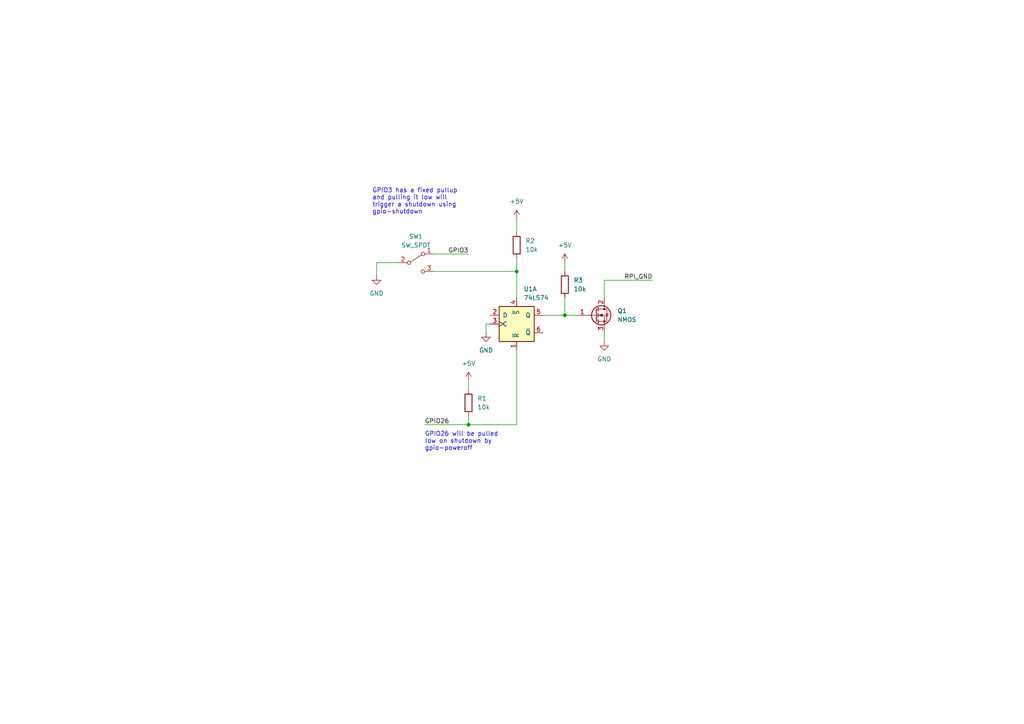
<source format=kicad_sch>
(kicad_sch (version 20211123) (generator eeschema)
  (paper "A4")
  (lib_symbols
    (symbol "74xx:74LS74" (pin_names (offset 1.016))
      (property "Reference" "U" (at -7.62 8.89 0))
      (property "Value" "74LS74" (at -7.62 -8.89 0))
      (symbol "74LS74_1_0"
        (pin input line (at 0 -7.62 90) (length 2.54) (name "~{R}") (number "1"))
        (pin input line (at -7.62 2.54 0) (length 2.54) (name "D") (number "2"))
        (pin input clock (at -7.62 0 0) (length 2.54) (name "C") (number "3"))
        (pin input line (at 0 7.62 270) (length 2.54) (name "~{S}") (number "4"))
        (pin output line (at 7.62 2.54 180) (length 2.54) (name "Q") (number "5"))
        (pin output line (at 7.62 -2.54 180) (length 2.54) (name "~{Q}") (number "6"))
      )
      (symbol "74LS74_1_1"
        (rectangle (start -5.08 5.08) (end 5.08 -5.08) (stroke (width 0.254)) (fill (type background)))
      )
      (symbol "74LS74_2_0"
        (pin input line (at 0 7.62 270) (length 2.54) (name "~{S}") (number "10"))
        (pin input clock (at -7.62 0 0) (length 2.54) (name "C") (number "11"))
        (pin input line (at -7.62 2.54 0) (length 2.54) (name "D") (number "12"))
        (pin input line (at 0 -7.62 90) (length 2.54) (name "~{R}") (number "13"))
        (pin output line (at 7.62 -2.54 180) (length 2.54) (name "~{Q}") (number "8"))
        (pin output line (at 7.62 2.54 180) (length 2.54) (name "Q") (number "9"))
      )
      (symbol "74LS74_2_1"
        (rectangle (start -5.08 5.08) (end 5.08 -5.08) (stroke (width 0.254)) (fill (type background)))
      )
      (symbol "74LS74_3_0"
        (pin power_in line (at 0 10.16 270) (length 2.54) (name "VCC") (number "14"))
        (pin power_in line (at 0 -10.16 90) (length 2.54) (name "GND") (number "7"))
      )
      (symbol "74LS74_3_1"
        (rectangle (start -5.08 7.62) (end 5.08 -7.62) (stroke (width 0.254)) (fill (type background)))
      )
    )
    (symbol "Device:Q_NMOS_GDS" (pin_names (offset 0) hide)
      (property "Reference" "Q" (at 5.08 1.27 0))
      (property "Value" "Q_NMOS_GDS" (at 5.08 -1.27 0))
      (symbol "Q_NMOS_GDS_0_1"
        (polyline (pts (xy 0.254 0) (xy -2.54 0)))
        (polyline (pts (xy 0.254 1.905) (xy 0.254 -1.905)) (stroke (width 0.254)))
        (polyline (pts (xy 0.762 -1.27) (xy 0.762 -2.286)) (stroke (width 0.254)))
        (polyline (pts (xy 0.762 0.508) (xy 0.762 -0.508)) (stroke (width 0.254)))
        (polyline (pts (xy 0.762 2.286) (xy 0.762 1.27)) (stroke (width 0.254)))
        (polyline (pts (xy 2.54 2.54) (xy 2.54 1.778)))
        (polyline (pts (xy 2.54 -2.54) (xy 2.54 0) (xy 0.762 0)))
        (polyline (pts (xy 0.762 -1.778) (xy 3.302 -1.778) (xy 3.302 1.778) (xy 0.762 1.778)))
        (polyline (pts (xy 1.016 0) (xy 2.032 0.381) (xy 2.032 -0.381) (xy 1.016 0)) (fill (type outline)))
        (polyline (pts (xy 2.794 0.508) (xy 2.921 0.381) (xy 3.683 0.381) (xy 3.81 0.254)))
        (polyline (pts (xy 3.302 0.381) (xy 2.921 -0.254) (xy 3.683 -0.254) (xy 3.302 0.381)))
        (circle (center 1.651 0) (radius 2.794) (stroke (width 0.254)))
        (circle (center 2.54 -1.778) (radius 0.254) (fill (type outline)))
        (circle (center 2.54 1.778) (radius 0.254) (fill (type outline)))
      )
      (symbol "Q_NMOS_GDS_1_1"
        (pin input line (at -5.08 0 0) (length 2.54) (name "G") (number "1"))
        (pin passive line (at 2.54 5.08 270) (length 2.54) (name "D") (number "2"))
        (pin passive line (at 2.54 -5.08 90) (length 2.54) (name "S") (number "3"))
      )
    )
    (symbol "Device:R" (pin_numbers hide) (pin_names (offset 0))
      (property "Reference" "R" (at 2.032 0 90))
      (property "Value" "R" (at 0 0 90))
      (symbol "R_0_1"
        (rectangle (start -1.016 -2.54) (end 1.016 2.54) (stroke (width 0.254)))
      )
      (symbol "R_1_1"
        (pin passive line (at 0 3.81 270) (length 1.27) (name "~") (number "1"))
        (pin passive line (at 0 -3.81 90) (length 1.27) (name "~") (number "2"))
      )
    )
    (symbol "Switch:SW_SPDT" (pin_names (offset 0) hide)
      (property "Reference" "SW" (at 0 4.318 0))
      (property "Value" "SW_SPDT" (at 0 -5.08 0))
      (symbol "SW_SPDT_0_0"
        (circle (center -2.032 0) (radius 0.508))
        (circle (center 2.032 -2.54) (radius 0.508))
      )
      (symbol "SW_SPDT_0_1"
        (polyline (pts (xy -1.524 0.254) (xy 1.651 2.286)))
        (circle (center 2.032 2.54) (radius 0.508))
      )
      (symbol "SW_SPDT_1_1"
        (pin passive line (at 5.08 2.54 180) (length 2.54) (name "A") (number "1"))
        (pin passive line (at -5.08 0 0) (length 2.54) (name "B") (number "2"))
        (pin passive line (at 5.08 -2.54 180) (length 2.54) (name "C") (number "3"))
      )
    )
    (symbol "power:+5V" (power) (pin_names (offset 0))
      (property "Value" "+5V" (at 0 3.556 0))
      (symbol "+5V_0_1"
        (polyline (pts (xy -0.762 1.27) (xy 0 2.54)))
        (polyline (pts (xy 0 0) (xy 0 2.54)))
        (polyline (pts (xy 0 2.54) (xy 0.762 1.27)))
      )
      (symbol "+5V_1_1"
        (pin power_in line (at 0 0 90) (length 0) hide (name "+5V") (number "1"))
      )
    )
    (symbol "power:GND" (power) (pin_names (offset 0))
      (property "Value" "GND" (at 0 -3.81 0))
      (symbol "GND_0_1"
        (polyline (pts (xy 0 0) (xy 0 -1.27) (xy 1.27 -1.27) (xy 0 -2.54) (xy -1.27 -1.27) (xy 0 -1.27)))
      )
      (symbol "GND_1_1"
        (pin power_in line (at 0 0 270) (length 0) hide (name "GND") (number "1"))
      )
    )
  )
  (junction (at 163.83 91.44))
  (junction (at 149.86 78.74))
  (junction (at 135.89 123.19))
  (wire (pts (xy 175.26 96.52) (xy 175.26 99.06)))
  (wire (pts (xy 149.86 63.5) (xy 149.86 67.31)))
  (wire (pts (xy 163.83 86.36) (xy 163.83 91.44)))
  (wire (pts (xy 149.86 101.6) (xy 149.86 123.19)))
  (wire (pts (xy 123.19 123.19) (xy 135.89 123.19)))
  (wire (pts (xy 125.73 78.74) (xy 149.86 78.74)))
  (wire (pts (xy 140.97 93.98) (xy 140.97 96.52)))
  (wire (pts (xy 135.89 110.49) (xy 135.89 113.03)))
  (wire (pts (xy 149.86 78.74) (xy 149.86 86.36)))
  (wire (pts (xy 149.86 74.93) (xy 149.86 78.74)))
  (wire (pts (xy 125.73 73.66) (xy 135.89 73.66)))
  (wire (pts (xy 109.22 80.01) (xy 109.22 76.2)))
  (wire (pts (xy 163.83 91.44) (xy 167.64 91.44)))
  (wire (pts (xy 109.22 76.2) (xy 115.57 76.2)))
  (wire (pts (xy 142.24 93.98) (xy 140.97 93.98)))
  (wire (pts (xy 175.26 81.28) (xy 175.26 86.36)))
  (wire (pts (xy 135.89 120.65) (xy 135.89 123.19)))
  (wire (pts (xy 163.83 76.2) (xy 163.83 78.74)))
  (wire (pts (xy 157.48 91.44) (xy 163.83 91.44)))
  (wire (pts (xy 175.26 81.28) (xy 189.23 81.28)))
  (wire (pts (xy 135.89 123.19) (xy 149.86 123.19)))
  (text "GPIO3 has a fixed pullup\nand pulling it low will \ntrigger a shutdown using\ngpio-shutdown" (at 107.95 62.23 0) (effects (font (size 1.27 1.27)) (justify left bottom)))
  (text "GPIO26 will be pulled \nlow on shutdown by \ngpio-poweroff" (at 123.19 130.81 0) (effects (font (size 1.27 1.27)) (justify left bottom)))
  (label "GPIO3" (at 135.89 73.66 180))
  (label "RPI_GND" (at 189.23 81.28 180))
  (label "GPIO26" (at 123.19 123.19 0))
  (symbol (lib_id "Device:R") (at 149.86 71.12 0) (unit 1)
    (property "Reference" "R2" (at 152.4 69.8499 0) (effects (justify left)))
    (property "Value" "10k" (at 152.4 72.3899 0) (effects (justify left)))
  )
  (symbol (lib_id "power:+5V") (at 135.89 110.49 0) (unit 1)
    (property "Reference" "#PWR02" (effects hide))
    (property "Value" "+5V" (at 135.89 105.41 0))
  )
  (symbol (lib_id "Switch:SW_SPDT") (at 120.65 76.2 0) (unit 1)
    (property "Reference" "SW1" (at 120.65 68.58 0))
    (property "Value" "SW_SPDT" (at 120.65 71.12 0))
  )
  (symbol (lib_id "Device:R") (at 135.89 116.84 0) (unit 1)
    (property "Reference" "R1" (at 138.43 115.5699 0) (effects (justify left)))
    (property "Value" "10k" (at 138.43 118.1099 0) (effects (justify left)))
  )
  (symbol (lib_id "power:GND") (at 109.22 80.01 0) (unit 1)
    (property "Reference" "#PWR01" (effects hide))
    (property "Value" "GND" (at 109.22 85.09 0))
  )
  (symbol (lib_id "power:GND") (at 175.26 99.06 0) (unit 1)
    (property "Reference" "#PWR06" (effects hide))
    (property "Value" "GND" (at 175.26 104.14 0))
  )
  (symbol (lib_id "74xx:74LS74") (at 149.86 93.98 0) (unit 1)
    (property "Reference" "U1" (at 151.8794 83.82 0) (effects (justify left)))
    (property "Value" "74LS74" (at 151.8794 86.36 0) (effects (justify left)))
    (property "Datasheet" "74xx/74hc_hct74.pdf" (effects hide))
  )
  (symbol (lib_id "power:GND") (at 140.97 96.52 0) (unit 1)
    (property "Reference" "#PWR03" (effects hide))
    (property "Value" "GND" (at 140.97 101.6 0))
  )
  (symbol (lib_id "Device:R") (at 163.83 82.55 0) (unit 1)
    (property "Reference" "R3" (at 166.37 81.2799 0) (effects (justify left)))
    (property "Value" "10k" (at 166.37 83.8199 0) (effects (justify left)))
  )
  (symbol (lib_id "power:+5V") (at 149.86 63.5 0) (unit 1)
    (property "Reference" "#PWR04" (effects hide))
    (property "Value" "+5V" (at 149.86 58.42 0))
  )
  (symbol (lib_id "Device:Q_NMOS_GDS") (at 172.72 91.44 0) (unit 1)
    (property "Reference" "Q1" (at 179.07 90.1699 0) (effects (justify left)))
    (property "Value" "NMOS" (at 179.07 92.7099 0) (effects (justify left)))
  )
  (symbol (lib_id "power:+5V") (at 163.83 76.2 0) (unit 1)
    (property "Reference" "#PWR05" (effects hide))
    (property "Value" "+5V" (at 163.83 71.12 0))
  )
)
</source>
